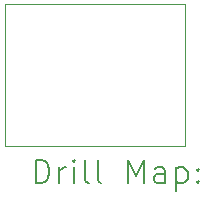
<source format=gbr>
%TF.GenerationSoftware,KiCad,Pcbnew,9.0.7+1*%
%TF.CreationDate,2026-02-23T17:06:25+01:00*%
%TF.ProjectId,ts17-tropic01-mini,74733137-2d74-4726-9f70-696330312d6d,rev?*%
%TF.SameCoordinates,Original*%
%TF.FileFunction,Drillmap*%
%TF.FilePolarity,Positive*%
%FSLAX45Y45*%
G04 Gerber Fmt 4.5, Leading zero omitted, Abs format (unit mm)*
G04 Created by KiCad (PCBNEW 9.0.7+1) date 2026-02-23 17:06:25*
%MOMM*%
%LPD*%
G01*
G04 APERTURE LIST*
%ADD10C,0.050000*%
%ADD11C,0.200000*%
G04 APERTURE END LIST*
D10*
X13000000Y-10200000D02*
X13000000Y-9000000D01*
X14524000Y-10200000D02*
X13000000Y-10200000D01*
X13000000Y-9000000D02*
X14524000Y-9000000D01*
X14524000Y-9000000D02*
X14524000Y-10200000D01*
D11*
X13258277Y-10513984D02*
X13258277Y-10313984D01*
X13258277Y-10313984D02*
X13305896Y-10313984D01*
X13305896Y-10313984D02*
X13334467Y-10323508D01*
X13334467Y-10323508D02*
X13353515Y-10342555D01*
X13353515Y-10342555D02*
X13363039Y-10361603D01*
X13363039Y-10361603D02*
X13372562Y-10399698D01*
X13372562Y-10399698D02*
X13372562Y-10428270D01*
X13372562Y-10428270D02*
X13363039Y-10466365D01*
X13363039Y-10466365D02*
X13353515Y-10485412D01*
X13353515Y-10485412D02*
X13334467Y-10504460D01*
X13334467Y-10504460D02*
X13305896Y-10513984D01*
X13305896Y-10513984D02*
X13258277Y-10513984D01*
X13458277Y-10513984D02*
X13458277Y-10380650D01*
X13458277Y-10418746D02*
X13467801Y-10399698D01*
X13467801Y-10399698D02*
X13477324Y-10390174D01*
X13477324Y-10390174D02*
X13496372Y-10380650D01*
X13496372Y-10380650D02*
X13515420Y-10380650D01*
X13582086Y-10513984D02*
X13582086Y-10380650D01*
X13582086Y-10313984D02*
X13572562Y-10323508D01*
X13572562Y-10323508D02*
X13582086Y-10333031D01*
X13582086Y-10333031D02*
X13591610Y-10323508D01*
X13591610Y-10323508D02*
X13582086Y-10313984D01*
X13582086Y-10313984D02*
X13582086Y-10333031D01*
X13705896Y-10513984D02*
X13686848Y-10504460D01*
X13686848Y-10504460D02*
X13677324Y-10485412D01*
X13677324Y-10485412D02*
X13677324Y-10313984D01*
X13810658Y-10513984D02*
X13791610Y-10504460D01*
X13791610Y-10504460D02*
X13782086Y-10485412D01*
X13782086Y-10485412D02*
X13782086Y-10313984D01*
X14039229Y-10513984D02*
X14039229Y-10313984D01*
X14039229Y-10313984D02*
X14105896Y-10456841D01*
X14105896Y-10456841D02*
X14172562Y-10313984D01*
X14172562Y-10313984D02*
X14172562Y-10513984D01*
X14353515Y-10513984D02*
X14353515Y-10409222D01*
X14353515Y-10409222D02*
X14343991Y-10390174D01*
X14343991Y-10390174D02*
X14324943Y-10380650D01*
X14324943Y-10380650D02*
X14286848Y-10380650D01*
X14286848Y-10380650D02*
X14267801Y-10390174D01*
X14353515Y-10504460D02*
X14334467Y-10513984D01*
X14334467Y-10513984D02*
X14286848Y-10513984D01*
X14286848Y-10513984D02*
X14267801Y-10504460D01*
X14267801Y-10504460D02*
X14258277Y-10485412D01*
X14258277Y-10485412D02*
X14258277Y-10466365D01*
X14258277Y-10466365D02*
X14267801Y-10447317D01*
X14267801Y-10447317D02*
X14286848Y-10437793D01*
X14286848Y-10437793D02*
X14334467Y-10437793D01*
X14334467Y-10437793D02*
X14353515Y-10428270D01*
X14448753Y-10380650D02*
X14448753Y-10580650D01*
X14448753Y-10390174D02*
X14467801Y-10380650D01*
X14467801Y-10380650D02*
X14505896Y-10380650D01*
X14505896Y-10380650D02*
X14524943Y-10390174D01*
X14524943Y-10390174D02*
X14534467Y-10399698D01*
X14534467Y-10399698D02*
X14543991Y-10418746D01*
X14543991Y-10418746D02*
X14543991Y-10475889D01*
X14543991Y-10475889D02*
X14534467Y-10494936D01*
X14534467Y-10494936D02*
X14524943Y-10504460D01*
X14524943Y-10504460D02*
X14505896Y-10513984D01*
X14505896Y-10513984D02*
X14467801Y-10513984D01*
X14467801Y-10513984D02*
X14448753Y-10504460D01*
X14629705Y-10494936D02*
X14639229Y-10504460D01*
X14639229Y-10504460D02*
X14629705Y-10513984D01*
X14629705Y-10513984D02*
X14620182Y-10504460D01*
X14620182Y-10504460D02*
X14629705Y-10494936D01*
X14629705Y-10494936D02*
X14629705Y-10513984D01*
X14629705Y-10390174D02*
X14639229Y-10399698D01*
X14639229Y-10399698D02*
X14629705Y-10409222D01*
X14629705Y-10409222D02*
X14620182Y-10399698D01*
X14620182Y-10399698D02*
X14629705Y-10390174D01*
X14629705Y-10390174D02*
X14629705Y-10409222D01*
M02*

</source>
